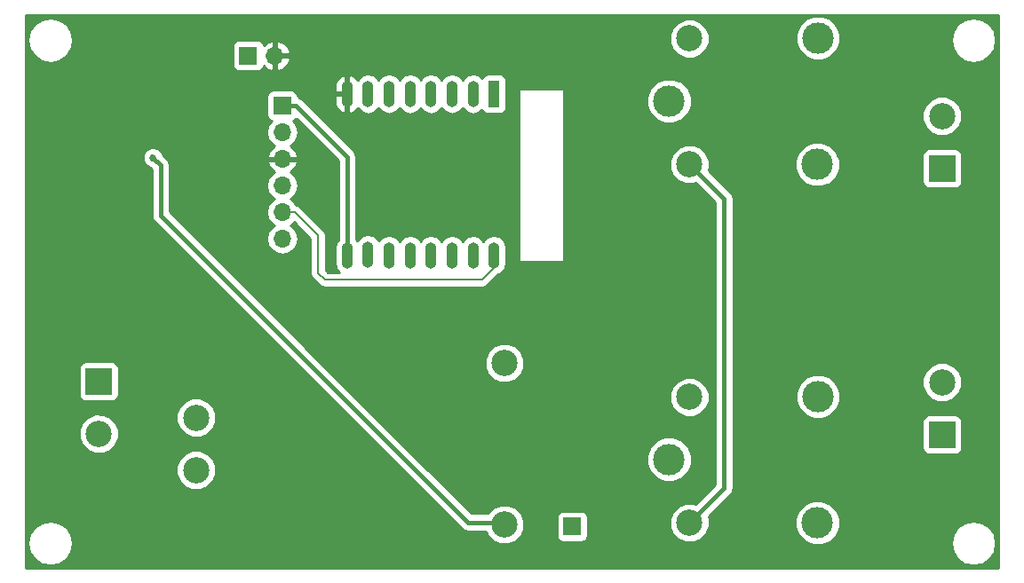
<source format=gbl>
G04 #@! TF.GenerationSoftware,KiCad,Pcbnew,(2017-04-22 revision b38541345)-makepkg*
G04 #@! TF.CreationDate,2017-05-30T09:40:34-07:00*
G04 #@! TF.ProjectId,WifiRelay,5769666952656C61792E6B696361645F,rev?*
G04 #@! TF.FileFunction,Copper,L2,Bot,Signal*
G04 #@! TF.FilePolarity,Positive*
%FSLAX46Y46*%
G04 Gerber Fmt 4.6, Leading zero omitted, Abs format (unit mm)*
G04 Created by KiCad (PCBNEW (2017-04-22 revision b38541345)-makepkg) date 05/30/17 09:40:34*
%MOMM*%
%LPD*%
G01*
G04 APERTURE LIST*
%ADD10C,0.100000*%
%ADD11R,2.500000X2.500000*%
%ADD12C,2.500000*%
%ADD13R,1.700000X1.700000*%
%ADD14O,1.700000X1.700000*%
%ADD15R,1.100000X2.500000*%
%ADD16O,1.100000X2.500000*%
%ADD17C,3.000000*%
%ADD18C,0.685800*%
%ADD19C,0.457200*%
%ADD20C,0.203200*%
%ADD21C,0.254000*%
G04 APERTURE END LIST*
D10*
D11*
X146045600Y-116348000D03*
D12*
X146045600Y-111348000D03*
D11*
X65665600Y-111268000D03*
D12*
X65665600Y-116268000D03*
D13*
X83159600Y-84963000D03*
D14*
X83159600Y-87503000D03*
X83159600Y-90043000D03*
X83159600Y-92583000D03*
X83159600Y-95123000D03*
X83159600Y-97663000D03*
D11*
X146045600Y-90948000D03*
D12*
X146045600Y-85948000D03*
D13*
X79904840Y-80186020D03*
D14*
X82444840Y-80186020D03*
D15*
X103333800Y-83847200D03*
D16*
X101333800Y-83847200D03*
X99333800Y-83847200D03*
X97333800Y-83847200D03*
X95333800Y-83847200D03*
X93333800Y-83847200D03*
X91333800Y-83847200D03*
X89333800Y-83847200D03*
X89333800Y-99247200D03*
X91333800Y-99147200D03*
X93333800Y-99247200D03*
X95333800Y-99247200D03*
X97333800Y-99247200D03*
X99333800Y-99247200D03*
X101333800Y-99247200D03*
X103333800Y-99247200D03*
D17*
X120020200Y-84514460D03*
D12*
X121970200Y-78564460D03*
D17*
X134220200Y-78514460D03*
X134170200Y-90564460D03*
D12*
X121970200Y-90564460D03*
X121970200Y-124765800D03*
D17*
X134170200Y-124765800D03*
X134220200Y-112715800D03*
D12*
X121970200Y-112765800D03*
D17*
X120020200Y-118715800D03*
D12*
X74925420Y-114731920D03*
X74925420Y-119731920D03*
X104325420Y-109531920D03*
X104325420Y-124931920D03*
D13*
X110788700Y-125111000D03*
D18*
X70811640Y-89916760D03*
X95612200Y-103800400D03*
X115045740Y-103040940D03*
X131550660Y-105743500D03*
D19*
X104325420Y-124931920D02*
X104115880Y-124722380D01*
X104115880Y-124722380D02*
X100839520Y-124722380D01*
X100839520Y-124722380D02*
X71553320Y-95436180D01*
X71553320Y-90658440D02*
X70811640Y-89916760D01*
X71553320Y-95436180D02*
X71553320Y-90658440D01*
X121970200Y-124765800D02*
X125271780Y-121464220D01*
X125271780Y-121464220D02*
X125271780Y-93866040D01*
X125271780Y-93866040D02*
X121970200Y-90564460D01*
X121804080Y-124931920D02*
X121970200Y-124765800D01*
X83159600Y-84963000D02*
X84466800Y-84963000D01*
X89333800Y-89830000D02*
X89333800Y-98547200D01*
X84466800Y-84963000D02*
X89333800Y-89830000D01*
X65665600Y-116268000D02*
X65691000Y-116221000D01*
D20*
X102216200Y-101575360D02*
X103333800Y-100457760D01*
X103333800Y-100457760D02*
X103333800Y-98547200D01*
X100842681Y-101575360D02*
X102216200Y-101575360D01*
X87202260Y-101590600D02*
X100827441Y-101590600D01*
X100827441Y-101590600D02*
X100842681Y-101575360D01*
X86559640Y-100947980D02*
X87202260Y-101590600D01*
X86559640Y-97320959D02*
X86559640Y-100947980D01*
X83159600Y-95123000D02*
X84361681Y-95123000D01*
X84361681Y-95123000D02*
X86559640Y-97320959D01*
X103199180Y-98412580D02*
X103333800Y-98547200D01*
X97333800Y-98547200D02*
X97333800Y-99084241D01*
X97333800Y-99084241D02*
X97354640Y-99105081D01*
X83159600Y-97663000D02*
X83540600Y-97663000D01*
D21*
G36*
X151397900Y-129060300D02*
X58693300Y-129060300D01*
X58693300Y-126708000D01*
X58897900Y-126708000D01*
X59061384Y-127529889D01*
X59526947Y-128226653D01*
X60223711Y-128692216D01*
X61045600Y-128855700D01*
X61867489Y-128692216D01*
X62564253Y-128226653D01*
X63029816Y-127529889D01*
X63193300Y-126708000D01*
X63029816Y-125886111D01*
X62564253Y-125189347D01*
X61867489Y-124723784D01*
X61045600Y-124560300D01*
X60223711Y-124723784D01*
X59526947Y-125189347D01*
X59061384Y-125886111D01*
X58897900Y-126708000D01*
X58693300Y-126708000D01*
X58693300Y-120105225D01*
X73040094Y-120105225D01*
X73326463Y-120798292D01*
X73856259Y-121329013D01*
X74548825Y-121616592D01*
X75298725Y-121617246D01*
X75991792Y-121330877D01*
X76522513Y-120801081D01*
X76810092Y-120108515D01*
X76810746Y-119358615D01*
X76524377Y-118665548D01*
X75994581Y-118134827D01*
X75302015Y-117847248D01*
X74552115Y-117846594D01*
X73859048Y-118132963D01*
X73328327Y-118662759D01*
X73040748Y-119355325D01*
X73040094Y-120105225D01*
X58693300Y-120105225D01*
X58693300Y-116641305D01*
X63780274Y-116641305D01*
X64066643Y-117334372D01*
X64596439Y-117865093D01*
X65289005Y-118152672D01*
X66038905Y-118153326D01*
X66731972Y-117866957D01*
X67262693Y-117337161D01*
X67550272Y-116644595D01*
X67550926Y-115894695D01*
X67264557Y-115201628D01*
X67168323Y-115105225D01*
X73040094Y-115105225D01*
X73326463Y-115798292D01*
X73856259Y-116329013D01*
X74548825Y-116616592D01*
X75298725Y-116617246D01*
X75991792Y-116330877D01*
X76522513Y-115801081D01*
X76810092Y-115108515D01*
X76810746Y-114358615D01*
X76524377Y-113665548D01*
X75994581Y-113134827D01*
X75302015Y-112847248D01*
X74552115Y-112846594D01*
X73859048Y-113132963D01*
X73328327Y-113662759D01*
X73040748Y-114355325D01*
X73040094Y-115105225D01*
X67168323Y-115105225D01*
X66734761Y-114670907D01*
X66042195Y-114383328D01*
X65292295Y-114382674D01*
X64599228Y-114669043D01*
X64068507Y-115198839D01*
X63780928Y-115891405D01*
X63780274Y-116641305D01*
X58693300Y-116641305D01*
X58693300Y-110018000D01*
X63768160Y-110018000D01*
X63768160Y-112518000D01*
X63817443Y-112765765D01*
X63957791Y-112975809D01*
X64167835Y-113116157D01*
X64415600Y-113165440D01*
X66915600Y-113165440D01*
X67163365Y-113116157D01*
X67373409Y-112975809D01*
X67513757Y-112765765D01*
X67563040Y-112518000D01*
X67563040Y-110018000D01*
X67513757Y-109770235D01*
X67373409Y-109560191D01*
X67163365Y-109419843D01*
X66915600Y-109370560D01*
X64415600Y-109370560D01*
X64167835Y-109419843D01*
X63957791Y-109560191D01*
X63817443Y-109770235D01*
X63768160Y-110018000D01*
X58693300Y-110018000D01*
X58693300Y-90110423D01*
X69833571Y-90110423D01*
X69982133Y-90469972D01*
X70256981Y-90745300D01*
X70533820Y-90860254D01*
X70689720Y-91016154D01*
X70689720Y-95436180D01*
X70740464Y-95691285D01*
X70755458Y-95766665D01*
X70942663Y-96046837D01*
X100228862Y-125333037D01*
X100509034Y-125520242D01*
X100563865Y-125531149D01*
X100839520Y-125585980D01*
X102556099Y-125585980D01*
X102726463Y-125998292D01*
X103256259Y-126529013D01*
X103948825Y-126816592D01*
X104698725Y-126817246D01*
X105391792Y-126530877D01*
X105922513Y-126001081D01*
X106210092Y-125308515D01*
X106210746Y-124558615D01*
X106087775Y-124261000D01*
X109291260Y-124261000D01*
X109291260Y-125961000D01*
X109340543Y-126208765D01*
X109480891Y-126418809D01*
X109690935Y-126559157D01*
X109938700Y-126608440D01*
X111638700Y-126608440D01*
X111886465Y-126559157D01*
X112096509Y-126418809D01*
X112236857Y-126208765D01*
X112286140Y-125961000D01*
X112286140Y-124261000D01*
X112236857Y-124013235D01*
X112096509Y-123803191D01*
X111886465Y-123662843D01*
X111638700Y-123613560D01*
X109938700Y-123613560D01*
X109690935Y-123662843D01*
X109480891Y-123803191D01*
X109340543Y-124013235D01*
X109291260Y-124261000D01*
X106087775Y-124261000D01*
X105924377Y-123865548D01*
X105394581Y-123334827D01*
X104702015Y-123047248D01*
X103952115Y-123046594D01*
X103259048Y-123332963D01*
X102732313Y-123858780D01*
X101197235Y-123858780D01*
X96477070Y-119138615D01*
X117884830Y-119138615D01*
X118209180Y-119923600D01*
X118809241Y-120524709D01*
X119593659Y-120850428D01*
X120443015Y-120851170D01*
X121228000Y-120526820D01*
X121829109Y-119926759D01*
X122154828Y-119142341D01*
X122155570Y-118292985D01*
X121831220Y-117508000D01*
X121231159Y-116906891D01*
X120446741Y-116581172D01*
X119597385Y-116580430D01*
X118812400Y-116904780D01*
X118211291Y-117504841D01*
X117885572Y-118289259D01*
X117884830Y-119138615D01*
X96477070Y-119138615D01*
X90477560Y-113139105D01*
X120084874Y-113139105D01*
X120371243Y-113832172D01*
X120901039Y-114362893D01*
X121593605Y-114650472D01*
X122343505Y-114651126D01*
X123036572Y-114364757D01*
X123567293Y-113834961D01*
X123854872Y-113142395D01*
X123855526Y-112392495D01*
X123569157Y-111699428D01*
X123039361Y-111168707D01*
X122346795Y-110881128D01*
X121596895Y-110880474D01*
X120903828Y-111166843D01*
X120373107Y-111696639D01*
X120085528Y-112389205D01*
X120084874Y-113139105D01*
X90477560Y-113139105D01*
X87243680Y-109905225D01*
X102440094Y-109905225D01*
X102726463Y-110598292D01*
X103256259Y-111129013D01*
X103948825Y-111416592D01*
X104698725Y-111417246D01*
X105391792Y-111130877D01*
X105922513Y-110601081D01*
X106210092Y-109908515D01*
X106210746Y-109158615D01*
X105924377Y-108465548D01*
X105394581Y-107934827D01*
X104702015Y-107647248D01*
X103952115Y-107646594D01*
X103259048Y-107932963D01*
X102728327Y-108462759D01*
X102440748Y-109155325D01*
X102440094Y-109905225D01*
X87243680Y-109905225D01*
X72416920Y-95078466D01*
X72416920Y-90658440D01*
X72351182Y-90327955D01*
X72163977Y-90047783D01*
X71754797Y-89638603D01*
X71641147Y-89363548D01*
X71366299Y-89088220D01*
X71007010Y-88939030D01*
X70617977Y-88938691D01*
X70258428Y-89087253D01*
X69983100Y-89362101D01*
X69833910Y-89721390D01*
X69833571Y-90110423D01*
X58693300Y-90110423D01*
X58693300Y-87503000D01*
X81645507Y-87503000D01*
X81758546Y-88071285D01*
X82080453Y-88553054D01*
X82421153Y-88780702D01*
X82278242Y-88847817D01*
X81887955Y-89276076D01*
X81718124Y-89686110D01*
X81839445Y-89916000D01*
X83032600Y-89916000D01*
X83032600Y-89896000D01*
X83286600Y-89896000D01*
X83286600Y-89916000D01*
X84479755Y-89916000D01*
X84601076Y-89686110D01*
X84431245Y-89276076D01*
X84040958Y-88847817D01*
X83898047Y-88780702D01*
X84238747Y-88553054D01*
X84560654Y-88071285D01*
X84673693Y-87503000D01*
X84560654Y-86934715D01*
X84238747Y-86452946D01*
X84194823Y-86423597D01*
X84257365Y-86411157D01*
X84467409Y-86270809D01*
X84501810Y-86219324D01*
X88470200Y-90187715D01*
X88470200Y-97710779D01*
X88239003Y-98056791D01*
X88148800Y-98510271D01*
X88148800Y-99984129D01*
X88239003Y-100437609D01*
X88495878Y-100822051D01*
X88543693Y-100854000D01*
X87507370Y-100854000D01*
X87296240Y-100642870D01*
X87296240Y-97320959D01*
X87240170Y-97039074D01*
X87080495Y-96800104D01*
X84882536Y-94602145D01*
X84643566Y-94442470D01*
X84461450Y-94406245D01*
X84238747Y-94072946D01*
X83909574Y-93853000D01*
X84238747Y-93633054D01*
X84560654Y-93151285D01*
X84673693Y-92583000D01*
X84560654Y-92014715D01*
X84238747Y-91532946D01*
X83898047Y-91305298D01*
X84040958Y-91238183D01*
X84431245Y-90809924D01*
X84601076Y-90399890D01*
X84479755Y-90170000D01*
X83286600Y-90170000D01*
X83286600Y-90190000D01*
X83032600Y-90190000D01*
X83032600Y-90170000D01*
X81839445Y-90170000D01*
X81718124Y-90399890D01*
X81887955Y-90809924D01*
X82278242Y-91238183D01*
X82421153Y-91305298D01*
X82080453Y-91532946D01*
X81758546Y-92014715D01*
X81645507Y-92583000D01*
X81758546Y-93151285D01*
X82080453Y-93633054D01*
X82409626Y-93853000D01*
X82080453Y-94072946D01*
X81758546Y-94554715D01*
X81645507Y-95123000D01*
X81758546Y-95691285D01*
X82080453Y-96173054D01*
X82409626Y-96393000D01*
X82080453Y-96612946D01*
X81758546Y-97094715D01*
X81645507Y-97663000D01*
X81758546Y-98231285D01*
X82080453Y-98713054D01*
X82562222Y-99034961D01*
X83130507Y-99148000D01*
X83188693Y-99148000D01*
X83756978Y-99034961D01*
X84238747Y-98713054D01*
X84560654Y-98231285D01*
X84673693Y-97663000D01*
X84560654Y-97094715D01*
X84238747Y-96612946D01*
X83909574Y-96393000D01*
X84238747Y-96173054D01*
X84291330Y-96094359D01*
X85823040Y-97626069D01*
X85823040Y-100947980D01*
X85879110Y-101229865D01*
X86038785Y-101468835D01*
X86681405Y-102111455D01*
X86920375Y-102271130D01*
X87202260Y-102327200D01*
X100827441Y-102327200D01*
X100904058Y-102311960D01*
X102216200Y-102311960D01*
X102498085Y-102255890D01*
X102737055Y-102096215D01*
X103746166Y-101087104D01*
X103787280Y-101078926D01*
X104171722Y-100822051D01*
X104428597Y-100437609D01*
X104518800Y-99984129D01*
X104518800Y-98510271D01*
X104428597Y-98056791D01*
X104171722Y-97672349D01*
X103787280Y-97415474D01*
X103333800Y-97325271D01*
X102880320Y-97415474D01*
X102495878Y-97672349D01*
X102333800Y-97914917D01*
X102171722Y-97672349D01*
X101787280Y-97415474D01*
X101333800Y-97325271D01*
X100880320Y-97415474D01*
X100495878Y-97672349D01*
X100333800Y-97914917D01*
X100171722Y-97672349D01*
X99787280Y-97415474D01*
X99333800Y-97325271D01*
X98880320Y-97415474D01*
X98495878Y-97672349D01*
X98333800Y-97914917D01*
X98171722Y-97672349D01*
X97787280Y-97415474D01*
X97333800Y-97325271D01*
X96880320Y-97415474D01*
X96495878Y-97672349D01*
X96333800Y-97914917D01*
X96171722Y-97672349D01*
X95787280Y-97415474D01*
X95333800Y-97325271D01*
X94880320Y-97415474D01*
X94495878Y-97672349D01*
X94333800Y-97914917D01*
X94171722Y-97672349D01*
X93787280Y-97415474D01*
X93333800Y-97325271D01*
X92880320Y-97415474D01*
X92495878Y-97672349D01*
X92367209Y-97864917D01*
X92171722Y-97572349D01*
X91787280Y-97315474D01*
X91333800Y-97225271D01*
X90880320Y-97315474D01*
X90495878Y-97572349D01*
X90300391Y-97864917D01*
X90197400Y-97710779D01*
X90197400Y-89830000D01*
X90131662Y-89499515D01*
X90131662Y-89499514D01*
X89944457Y-89219342D01*
X85077457Y-84352343D01*
X84797285Y-84165138D01*
X84657040Y-84137241D01*
X84657040Y-84113000D01*
X84629432Y-83974200D01*
X88148800Y-83974200D01*
X88148800Y-84674200D01*
X88287604Y-85118013D01*
X88585682Y-85474924D01*
X88997654Y-85690598D01*
X89024056Y-85691003D01*
X89206800Y-85565561D01*
X89206800Y-83974200D01*
X88148800Y-83974200D01*
X84629432Y-83974200D01*
X84607757Y-83865235D01*
X84467409Y-83655191D01*
X84257365Y-83514843D01*
X84009600Y-83465560D01*
X82309600Y-83465560D01*
X82061835Y-83514843D01*
X81851791Y-83655191D01*
X81711443Y-83865235D01*
X81662160Y-84113000D01*
X81662160Y-85813000D01*
X81711443Y-86060765D01*
X81851791Y-86270809D01*
X82061835Y-86411157D01*
X82124377Y-86423597D01*
X82080453Y-86452946D01*
X81758546Y-86934715D01*
X81645507Y-87503000D01*
X58693300Y-87503000D01*
X58693300Y-83020200D01*
X88148800Y-83020200D01*
X88148800Y-83720200D01*
X89206800Y-83720200D01*
X89206800Y-82128839D01*
X89460800Y-82128839D01*
X89460800Y-83720200D01*
X89480800Y-83720200D01*
X89480800Y-83974200D01*
X89460800Y-83974200D01*
X89460800Y-85565561D01*
X89643544Y-85691003D01*
X89669946Y-85690598D01*
X90081918Y-85474924D01*
X90331515Y-85176063D01*
X90495878Y-85422051D01*
X90880320Y-85678926D01*
X91333800Y-85769129D01*
X91787280Y-85678926D01*
X92171722Y-85422051D01*
X92333800Y-85179483D01*
X92495878Y-85422051D01*
X92880320Y-85678926D01*
X93333800Y-85769129D01*
X93787280Y-85678926D01*
X94171722Y-85422051D01*
X94333800Y-85179483D01*
X94495878Y-85422051D01*
X94880320Y-85678926D01*
X95333800Y-85769129D01*
X95787280Y-85678926D01*
X96171722Y-85422051D01*
X96333800Y-85179483D01*
X96495878Y-85422051D01*
X96880320Y-85678926D01*
X97333800Y-85769129D01*
X97787280Y-85678926D01*
X98171722Y-85422051D01*
X98333800Y-85179483D01*
X98495878Y-85422051D01*
X98880320Y-85678926D01*
X99333800Y-85769129D01*
X99787280Y-85678926D01*
X100171722Y-85422051D01*
X100333800Y-85179483D01*
X100495878Y-85422051D01*
X100880320Y-85678926D01*
X101333800Y-85769129D01*
X101787280Y-85678926D01*
X102171722Y-85422051D01*
X102204436Y-85373091D01*
X102325991Y-85555009D01*
X102536035Y-85695357D01*
X102783800Y-85744640D01*
X103883800Y-85744640D01*
X104131565Y-85695357D01*
X104341609Y-85555009D01*
X104481957Y-85344965D01*
X104531240Y-85097200D01*
X104531240Y-83508000D01*
X105718600Y-83508000D01*
X105718600Y-99708000D01*
X105728267Y-99756601D01*
X105755797Y-99797803D01*
X105796999Y-99825333D01*
X105845600Y-99835000D01*
X109845600Y-99835000D01*
X109894201Y-99825333D01*
X109935403Y-99797803D01*
X109962933Y-99756601D01*
X109972600Y-99708000D01*
X109972600Y-90937765D01*
X120084874Y-90937765D01*
X120371243Y-91630832D01*
X120901039Y-92161553D01*
X121593605Y-92449132D01*
X122343505Y-92449786D01*
X122549214Y-92364789D01*
X124408180Y-94223755D01*
X124408180Y-121106505D01*
X122549420Y-122965265D01*
X122346795Y-122881128D01*
X121596895Y-122880474D01*
X120903828Y-123166843D01*
X120373107Y-123696639D01*
X120085528Y-124389205D01*
X120084874Y-125139105D01*
X120371243Y-125832172D01*
X120901039Y-126362893D01*
X121593605Y-126650472D01*
X122343505Y-126651126D01*
X123036572Y-126364757D01*
X123567293Y-125834961D01*
X123835679Y-125188615D01*
X132034830Y-125188615D01*
X132359180Y-125973600D01*
X132959241Y-126574709D01*
X133743659Y-126900428D01*
X134593015Y-126901170D01*
X135060520Y-126708000D01*
X146897900Y-126708000D01*
X147061384Y-127529889D01*
X147526947Y-128226653D01*
X148223711Y-128692216D01*
X149045600Y-128855700D01*
X149867489Y-128692216D01*
X150564253Y-128226653D01*
X151029816Y-127529889D01*
X151193300Y-126708000D01*
X151029816Y-125886111D01*
X150564253Y-125189347D01*
X149867489Y-124723784D01*
X149045600Y-124560300D01*
X148223711Y-124723784D01*
X147526947Y-125189347D01*
X147061384Y-125886111D01*
X146897900Y-126708000D01*
X135060520Y-126708000D01*
X135378000Y-126576820D01*
X135979109Y-125976759D01*
X136304828Y-125192341D01*
X136305570Y-124342985D01*
X135981220Y-123558000D01*
X135381159Y-122956891D01*
X134596741Y-122631172D01*
X133747385Y-122630430D01*
X132962400Y-122954780D01*
X132361291Y-123554841D01*
X132035572Y-124339259D01*
X132034830Y-125188615D01*
X123835679Y-125188615D01*
X123854872Y-125142395D01*
X123855526Y-124392495D01*
X123770529Y-124186786D01*
X125882437Y-122074878D01*
X126069642Y-121794706D01*
X126105071Y-121616592D01*
X126135380Y-121464220D01*
X126135380Y-115098000D01*
X144148160Y-115098000D01*
X144148160Y-117598000D01*
X144197443Y-117845765D01*
X144337791Y-118055809D01*
X144547835Y-118196157D01*
X144795600Y-118245440D01*
X147295600Y-118245440D01*
X147543365Y-118196157D01*
X147753409Y-118055809D01*
X147893757Y-117845765D01*
X147943040Y-117598000D01*
X147943040Y-115098000D01*
X147893757Y-114850235D01*
X147753409Y-114640191D01*
X147543365Y-114499843D01*
X147295600Y-114450560D01*
X144795600Y-114450560D01*
X144547835Y-114499843D01*
X144337791Y-114640191D01*
X144197443Y-114850235D01*
X144148160Y-115098000D01*
X126135380Y-115098000D01*
X126135380Y-113138615D01*
X132084830Y-113138615D01*
X132409180Y-113923600D01*
X133009241Y-114524709D01*
X133793659Y-114850428D01*
X134643015Y-114851170D01*
X135428000Y-114526820D01*
X136029109Y-113926759D01*
X136354828Y-113142341D01*
X136355570Y-112292985D01*
X136119357Y-111721305D01*
X144160274Y-111721305D01*
X144446643Y-112414372D01*
X144976439Y-112945093D01*
X145669005Y-113232672D01*
X146418905Y-113233326D01*
X147111972Y-112946957D01*
X147642693Y-112417161D01*
X147930272Y-111724595D01*
X147930926Y-110974695D01*
X147644557Y-110281628D01*
X147114761Y-109750907D01*
X146422195Y-109463328D01*
X145672295Y-109462674D01*
X144979228Y-109749043D01*
X144448507Y-110278839D01*
X144160928Y-110971405D01*
X144160274Y-111721305D01*
X136119357Y-111721305D01*
X136031220Y-111508000D01*
X135431159Y-110906891D01*
X134646741Y-110581172D01*
X133797385Y-110580430D01*
X133012400Y-110904780D01*
X132411291Y-111504841D01*
X132085572Y-112289259D01*
X132084830Y-113138615D01*
X126135380Y-113138615D01*
X126135380Y-93866040D01*
X126069642Y-93535555D01*
X126069642Y-93535554D01*
X125882437Y-93255382D01*
X123770735Y-91143680D01*
X123835679Y-90987275D01*
X132034830Y-90987275D01*
X132359180Y-91772260D01*
X132959241Y-92373369D01*
X133743659Y-92699088D01*
X134593015Y-92699830D01*
X135378000Y-92375480D01*
X135979109Y-91775419D01*
X136304828Y-90991001D01*
X136305570Y-90141645D01*
X136122260Y-89698000D01*
X144148160Y-89698000D01*
X144148160Y-92198000D01*
X144197443Y-92445765D01*
X144337791Y-92655809D01*
X144547835Y-92796157D01*
X144795600Y-92845440D01*
X147295600Y-92845440D01*
X147543365Y-92796157D01*
X147753409Y-92655809D01*
X147893757Y-92445765D01*
X147943040Y-92198000D01*
X147943040Y-89698000D01*
X147893757Y-89450235D01*
X147753409Y-89240191D01*
X147543365Y-89099843D01*
X147295600Y-89050560D01*
X144795600Y-89050560D01*
X144547835Y-89099843D01*
X144337791Y-89240191D01*
X144197443Y-89450235D01*
X144148160Y-89698000D01*
X136122260Y-89698000D01*
X135981220Y-89356660D01*
X135381159Y-88755551D01*
X134596741Y-88429832D01*
X133747385Y-88429090D01*
X132962400Y-88753440D01*
X132361291Y-89353501D01*
X132035572Y-90137919D01*
X132034830Y-90987275D01*
X123835679Y-90987275D01*
X123854872Y-90941055D01*
X123855526Y-90191155D01*
X123569157Y-89498088D01*
X123039361Y-88967367D01*
X122346795Y-88679788D01*
X121596895Y-88679134D01*
X120903828Y-88965503D01*
X120373107Y-89495299D01*
X120085528Y-90187865D01*
X120084874Y-90937765D01*
X109972600Y-90937765D01*
X109972600Y-84937275D01*
X117884830Y-84937275D01*
X118209180Y-85722260D01*
X118809241Y-86323369D01*
X119593659Y-86649088D01*
X120443015Y-86649830D01*
X121228000Y-86325480D01*
X121232182Y-86321305D01*
X144160274Y-86321305D01*
X144446643Y-87014372D01*
X144976439Y-87545093D01*
X145669005Y-87832672D01*
X146418905Y-87833326D01*
X147111972Y-87546957D01*
X147642693Y-87017161D01*
X147930272Y-86324595D01*
X147930926Y-85574695D01*
X147644557Y-84881628D01*
X147114761Y-84350907D01*
X146422195Y-84063328D01*
X145672295Y-84062674D01*
X144979228Y-84349043D01*
X144448507Y-84878839D01*
X144160928Y-85571405D01*
X144160274Y-86321305D01*
X121232182Y-86321305D01*
X121829109Y-85725419D01*
X122154828Y-84941001D01*
X122155570Y-84091645D01*
X121831220Y-83306660D01*
X121231159Y-82705551D01*
X120446741Y-82379832D01*
X119597385Y-82379090D01*
X118812400Y-82703440D01*
X118211291Y-83303501D01*
X117885572Y-84087919D01*
X117884830Y-84937275D01*
X109972600Y-84937275D01*
X109972600Y-83508000D01*
X109962933Y-83459399D01*
X109935403Y-83418197D01*
X109894201Y-83390667D01*
X109845600Y-83381000D01*
X105845600Y-83381000D01*
X105796999Y-83390667D01*
X105755797Y-83418197D01*
X105728267Y-83459399D01*
X105718600Y-83508000D01*
X104531240Y-83508000D01*
X104531240Y-82597200D01*
X104481957Y-82349435D01*
X104341609Y-82139391D01*
X104131565Y-81999043D01*
X103883800Y-81949760D01*
X102783800Y-81949760D01*
X102536035Y-81999043D01*
X102325991Y-82139391D01*
X102204436Y-82321309D01*
X102171722Y-82272349D01*
X101787280Y-82015474D01*
X101333800Y-81925271D01*
X100880320Y-82015474D01*
X100495878Y-82272349D01*
X100333800Y-82514917D01*
X100171722Y-82272349D01*
X99787280Y-82015474D01*
X99333800Y-81925271D01*
X98880320Y-82015474D01*
X98495878Y-82272349D01*
X98333800Y-82514917D01*
X98171722Y-82272349D01*
X97787280Y-82015474D01*
X97333800Y-81925271D01*
X96880320Y-82015474D01*
X96495878Y-82272349D01*
X96333800Y-82514917D01*
X96171722Y-82272349D01*
X95787280Y-82015474D01*
X95333800Y-81925271D01*
X94880320Y-82015474D01*
X94495878Y-82272349D01*
X94333800Y-82514917D01*
X94171722Y-82272349D01*
X93787280Y-82015474D01*
X93333800Y-81925271D01*
X92880320Y-82015474D01*
X92495878Y-82272349D01*
X92333800Y-82514917D01*
X92171722Y-82272349D01*
X91787280Y-82015474D01*
X91333800Y-81925271D01*
X90880320Y-82015474D01*
X90495878Y-82272349D01*
X90331515Y-82518337D01*
X90081918Y-82219476D01*
X89669946Y-82003802D01*
X89643544Y-82003397D01*
X89460800Y-82128839D01*
X89206800Y-82128839D01*
X89024056Y-82003397D01*
X88997654Y-82003802D01*
X88585682Y-82219476D01*
X88287604Y-82576387D01*
X88148800Y-83020200D01*
X58693300Y-83020200D01*
X58693300Y-78708000D01*
X58897900Y-78708000D01*
X59061384Y-79529889D01*
X59526947Y-80226653D01*
X60223711Y-80692216D01*
X61045600Y-80855700D01*
X61867489Y-80692216D01*
X62564253Y-80226653D01*
X63029816Y-79529889D01*
X63068378Y-79336020D01*
X78407400Y-79336020D01*
X78407400Y-81036020D01*
X78456683Y-81283785D01*
X78597031Y-81493829D01*
X78807075Y-81634177D01*
X79054840Y-81683460D01*
X80754840Y-81683460D01*
X81002605Y-81634177D01*
X81212649Y-81493829D01*
X81352997Y-81283785D01*
X81373579Y-81180312D01*
X81677916Y-81457665D01*
X82087950Y-81627496D01*
X82317840Y-81506175D01*
X82317840Y-80313020D01*
X82571840Y-80313020D01*
X82571840Y-81506175D01*
X82801730Y-81627496D01*
X83211764Y-81457665D01*
X83640023Y-81067378D01*
X83886326Y-80542912D01*
X83765659Y-80313020D01*
X82571840Y-80313020D01*
X82317840Y-80313020D01*
X82297840Y-80313020D01*
X82297840Y-80059020D01*
X82317840Y-80059020D01*
X82317840Y-78865865D01*
X82571840Y-78865865D01*
X82571840Y-80059020D01*
X83765659Y-80059020D01*
X83886326Y-79829128D01*
X83640023Y-79304662D01*
X83237430Y-78937765D01*
X120084874Y-78937765D01*
X120371243Y-79630832D01*
X120901039Y-80161553D01*
X121593605Y-80449132D01*
X122343505Y-80449786D01*
X123036572Y-80163417D01*
X123567293Y-79633621D01*
X123854872Y-78941055D01*
X123854875Y-78937275D01*
X132084830Y-78937275D01*
X132409180Y-79722260D01*
X133009241Y-80323369D01*
X133793659Y-80649088D01*
X134643015Y-80649830D01*
X135428000Y-80325480D01*
X136029109Y-79725419D01*
X136354828Y-78941001D01*
X136355031Y-78708000D01*
X146897900Y-78708000D01*
X147061384Y-79529889D01*
X147526947Y-80226653D01*
X148223711Y-80692216D01*
X149045600Y-80855700D01*
X149867489Y-80692216D01*
X150564253Y-80226653D01*
X151029816Y-79529889D01*
X151193300Y-78708000D01*
X151029816Y-77886111D01*
X150564253Y-77189347D01*
X149867489Y-76723784D01*
X149045600Y-76560300D01*
X148223711Y-76723784D01*
X147526947Y-77189347D01*
X147061384Y-77886111D01*
X146897900Y-78708000D01*
X136355031Y-78708000D01*
X136355570Y-78091645D01*
X136031220Y-77306660D01*
X135431159Y-76705551D01*
X134646741Y-76379832D01*
X133797385Y-76379090D01*
X133012400Y-76703440D01*
X132411291Y-77303501D01*
X132085572Y-78087919D01*
X132084830Y-78937275D01*
X123854875Y-78937275D01*
X123855526Y-78191155D01*
X123569157Y-77498088D01*
X123039361Y-76967367D01*
X122346795Y-76679788D01*
X121596895Y-76679134D01*
X120903828Y-76965503D01*
X120373107Y-77495299D01*
X120085528Y-78187865D01*
X120084874Y-78937765D01*
X83237430Y-78937765D01*
X83211764Y-78914375D01*
X82801730Y-78744544D01*
X82571840Y-78865865D01*
X82317840Y-78865865D01*
X82087950Y-78744544D01*
X81677916Y-78914375D01*
X81373579Y-79191728D01*
X81352997Y-79088255D01*
X81212649Y-78878211D01*
X81002605Y-78737863D01*
X80754840Y-78688580D01*
X79054840Y-78688580D01*
X78807075Y-78737863D01*
X78597031Y-78878211D01*
X78456683Y-79088255D01*
X78407400Y-79336020D01*
X63068378Y-79336020D01*
X63193300Y-78708000D01*
X63029816Y-77886111D01*
X62564253Y-77189347D01*
X61867489Y-76723784D01*
X61045600Y-76560300D01*
X60223711Y-76723784D01*
X59526947Y-77189347D01*
X59061384Y-77886111D01*
X58897900Y-78708000D01*
X58693300Y-78708000D01*
X58693300Y-76355700D01*
X151397900Y-76355700D01*
X151397900Y-129060300D01*
X151397900Y-129060300D01*
G37*
X151397900Y-129060300D02*
X58693300Y-129060300D01*
X58693300Y-126708000D01*
X58897900Y-126708000D01*
X59061384Y-127529889D01*
X59526947Y-128226653D01*
X60223711Y-128692216D01*
X61045600Y-128855700D01*
X61867489Y-128692216D01*
X62564253Y-128226653D01*
X63029816Y-127529889D01*
X63193300Y-126708000D01*
X63029816Y-125886111D01*
X62564253Y-125189347D01*
X61867489Y-124723784D01*
X61045600Y-124560300D01*
X60223711Y-124723784D01*
X59526947Y-125189347D01*
X59061384Y-125886111D01*
X58897900Y-126708000D01*
X58693300Y-126708000D01*
X58693300Y-120105225D01*
X73040094Y-120105225D01*
X73326463Y-120798292D01*
X73856259Y-121329013D01*
X74548825Y-121616592D01*
X75298725Y-121617246D01*
X75991792Y-121330877D01*
X76522513Y-120801081D01*
X76810092Y-120108515D01*
X76810746Y-119358615D01*
X76524377Y-118665548D01*
X75994581Y-118134827D01*
X75302015Y-117847248D01*
X74552115Y-117846594D01*
X73859048Y-118132963D01*
X73328327Y-118662759D01*
X73040748Y-119355325D01*
X73040094Y-120105225D01*
X58693300Y-120105225D01*
X58693300Y-116641305D01*
X63780274Y-116641305D01*
X64066643Y-117334372D01*
X64596439Y-117865093D01*
X65289005Y-118152672D01*
X66038905Y-118153326D01*
X66731972Y-117866957D01*
X67262693Y-117337161D01*
X67550272Y-116644595D01*
X67550926Y-115894695D01*
X67264557Y-115201628D01*
X67168323Y-115105225D01*
X73040094Y-115105225D01*
X73326463Y-115798292D01*
X73856259Y-116329013D01*
X74548825Y-116616592D01*
X75298725Y-116617246D01*
X75991792Y-116330877D01*
X76522513Y-115801081D01*
X76810092Y-115108515D01*
X76810746Y-114358615D01*
X76524377Y-113665548D01*
X75994581Y-113134827D01*
X75302015Y-112847248D01*
X74552115Y-112846594D01*
X73859048Y-113132963D01*
X73328327Y-113662759D01*
X73040748Y-114355325D01*
X73040094Y-115105225D01*
X67168323Y-115105225D01*
X66734761Y-114670907D01*
X66042195Y-114383328D01*
X65292295Y-114382674D01*
X64599228Y-114669043D01*
X64068507Y-115198839D01*
X63780928Y-115891405D01*
X63780274Y-116641305D01*
X58693300Y-116641305D01*
X58693300Y-110018000D01*
X63768160Y-110018000D01*
X63768160Y-112518000D01*
X63817443Y-112765765D01*
X63957791Y-112975809D01*
X64167835Y-113116157D01*
X64415600Y-113165440D01*
X66915600Y-113165440D01*
X67163365Y-113116157D01*
X67373409Y-112975809D01*
X67513757Y-112765765D01*
X67563040Y-112518000D01*
X67563040Y-110018000D01*
X67513757Y-109770235D01*
X67373409Y-109560191D01*
X67163365Y-109419843D01*
X66915600Y-109370560D01*
X64415600Y-109370560D01*
X64167835Y-109419843D01*
X63957791Y-109560191D01*
X63817443Y-109770235D01*
X63768160Y-110018000D01*
X58693300Y-110018000D01*
X58693300Y-90110423D01*
X69833571Y-90110423D01*
X69982133Y-90469972D01*
X70256981Y-90745300D01*
X70533820Y-90860254D01*
X70689720Y-91016154D01*
X70689720Y-95436180D01*
X70740464Y-95691285D01*
X70755458Y-95766665D01*
X70942663Y-96046837D01*
X100228862Y-125333037D01*
X100509034Y-125520242D01*
X100563865Y-125531149D01*
X100839520Y-125585980D01*
X102556099Y-125585980D01*
X102726463Y-125998292D01*
X103256259Y-126529013D01*
X103948825Y-126816592D01*
X104698725Y-126817246D01*
X105391792Y-126530877D01*
X105922513Y-126001081D01*
X106210092Y-125308515D01*
X106210746Y-124558615D01*
X106087775Y-124261000D01*
X109291260Y-124261000D01*
X109291260Y-125961000D01*
X109340543Y-126208765D01*
X109480891Y-126418809D01*
X109690935Y-126559157D01*
X109938700Y-126608440D01*
X111638700Y-126608440D01*
X111886465Y-126559157D01*
X112096509Y-126418809D01*
X112236857Y-126208765D01*
X112286140Y-125961000D01*
X112286140Y-124261000D01*
X112236857Y-124013235D01*
X112096509Y-123803191D01*
X111886465Y-123662843D01*
X111638700Y-123613560D01*
X109938700Y-123613560D01*
X109690935Y-123662843D01*
X109480891Y-123803191D01*
X109340543Y-124013235D01*
X109291260Y-124261000D01*
X106087775Y-124261000D01*
X105924377Y-123865548D01*
X105394581Y-123334827D01*
X104702015Y-123047248D01*
X103952115Y-123046594D01*
X103259048Y-123332963D01*
X102732313Y-123858780D01*
X101197235Y-123858780D01*
X96477070Y-119138615D01*
X117884830Y-119138615D01*
X118209180Y-119923600D01*
X118809241Y-120524709D01*
X119593659Y-120850428D01*
X120443015Y-120851170D01*
X121228000Y-120526820D01*
X121829109Y-119926759D01*
X122154828Y-119142341D01*
X122155570Y-118292985D01*
X121831220Y-117508000D01*
X121231159Y-116906891D01*
X120446741Y-116581172D01*
X119597385Y-116580430D01*
X118812400Y-116904780D01*
X118211291Y-117504841D01*
X117885572Y-118289259D01*
X117884830Y-119138615D01*
X96477070Y-119138615D01*
X90477560Y-113139105D01*
X120084874Y-113139105D01*
X120371243Y-113832172D01*
X120901039Y-114362893D01*
X121593605Y-114650472D01*
X122343505Y-114651126D01*
X123036572Y-114364757D01*
X123567293Y-113834961D01*
X123854872Y-113142395D01*
X123855526Y-112392495D01*
X123569157Y-111699428D01*
X123039361Y-111168707D01*
X122346795Y-110881128D01*
X121596895Y-110880474D01*
X120903828Y-111166843D01*
X120373107Y-111696639D01*
X120085528Y-112389205D01*
X120084874Y-113139105D01*
X90477560Y-113139105D01*
X87243680Y-109905225D01*
X102440094Y-109905225D01*
X102726463Y-110598292D01*
X103256259Y-111129013D01*
X103948825Y-111416592D01*
X104698725Y-111417246D01*
X105391792Y-111130877D01*
X105922513Y-110601081D01*
X106210092Y-109908515D01*
X106210746Y-109158615D01*
X105924377Y-108465548D01*
X105394581Y-107934827D01*
X104702015Y-107647248D01*
X103952115Y-107646594D01*
X103259048Y-107932963D01*
X102728327Y-108462759D01*
X102440748Y-109155325D01*
X102440094Y-109905225D01*
X87243680Y-109905225D01*
X72416920Y-95078466D01*
X72416920Y-90658440D01*
X72351182Y-90327955D01*
X72163977Y-90047783D01*
X71754797Y-89638603D01*
X71641147Y-89363548D01*
X71366299Y-89088220D01*
X71007010Y-88939030D01*
X70617977Y-88938691D01*
X70258428Y-89087253D01*
X69983100Y-89362101D01*
X69833910Y-89721390D01*
X69833571Y-90110423D01*
X58693300Y-90110423D01*
X58693300Y-87503000D01*
X81645507Y-87503000D01*
X81758546Y-88071285D01*
X82080453Y-88553054D01*
X82421153Y-88780702D01*
X82278242Y-88847817D01*
X81887955Y-89276076D01*
X81718124Y-89686110D01*
X81839445Y-89916000D01*
X83032600Y-89916000D01*
X83032600Y-89896000D01*
X83286600Y-89896000D01*
X83286600Y-89916000D01*
X84479755Y-89916000D01*
X84601076Y-89686110D01*
X84431245Y-89276076D01*
X84040958Y-88847817D01*
X83898047Y-88780702D01*
X84238747Y-88553054D01*
X84560654Y-88071285D01*
X84673693Y-87503000D01*
X84560654Y-86934715D01*
X84238747Y-86452946D01*
X84194823Y-86423597D01*
X84257365Y-86411157D01*
X84467409Y-86270809D01*
X84501810Y-86219324D01*
X88470200Y-90187715D01*
X88470200Y-97710779D01*
X88239003Y-98056791D01*
X88148800Y-98510271D01*
X88148800Y-99984129D01*
X88239003Y-100437609D01*
X88495878Y-100822051D01*
X88543693Y-100854000D01*
X87507370Y-100854000D01*
X87296240Y-100642870D01*
X87296240Y-97320959D01*
X87240170Y-97039074D01*
X87080495Y-96800104D01*
X84882536Y-94602145D01*
X84643566Y-94442470D01*
X84461450Y-94406245D01*
X84238747Y-94072946D01*
X83909574Y-93853000D01*
X84238747Y-93633054D01*
X84560654Y-93151285D01*
X84673693Y-92583000D01*
X84560654Y-92014715D01*
X84238747Y-91532946D01*
X83898047Y-91305298D01*
X84040958Y-91238183D01*
X84431245Y-90809924D01*
X84601076Y-90399890D01*
X84479755Y-90170000D01*
X83286600Y-90170000D01*
X83286600Y-90190000D01*
X83032600Y-90190000D01*
X83032600Y-90170000D01*
X81839445Y-90170000D01*
X81718124Y-90399890D01*
X81887955Y-90809924D01*
X82278242Y-91238183D01*
X82421153Y-91305298D01*
X82080453Y-91532946D01*
X81758546Y-92014715D01*
X81645507Y-92583000D01*
X81758546Y-93151285D01*
X82080453Y-93633054D01*
X82409626Y-93853000D01*
X82080453Y-94072946D01*
X81758546Y-94554715D01*
X81645507Y-95123000D01*
X81758546Y-95691285D01*
X82080453Y-96173054D01*
X82409626Y-96393000D01*
X82080453Y-96612946D01*
X81758546Y-97094715D01*
X81645507Y-97663000D01*
X81758546Y-98231285D01*
X82080453Y-98713054D01*
X82562222Y-99034961D01*
X83130507Y-99148000D01*
X83188693Y-99148000D01*
X83756978Y-99034961D01*
X84238747Y-98713054D01*
X84560654Y-98231285D01*
X84673693Y-97663000D01*
X84560654Y-97094715D01*
X84238747Y-96612946D01*
X83909574Y-96393000D01*
X84238747Y-96173054D01*
X84291330Y-96094359D01*
X85823040Y-97626069D01*
X85823040Y-100947980D01*
X85879110Y-101229865D01*
X86038785Y-101468835D01*
X86681405Y-102111455D01*
X86920375Y-102271130D01*
X87202260Y-102327200D01*
X100827441Y-102327200D01*
X100904058Y-102311960D01*
X102216200Y-102311960D01*
X102498085Y-102255890D01*
X102737055Y-102096215D01*
X103746166Y-101087104D01*
X103787280Y-101078926D01*
X104171722Y-100822051D01*
X104428597Y-100437609D01*
X104518800Y-99984129D01*
X104518800Y-98510271D01*
X104428597Y-98056791D01*
X104171722Y-97672349D01*
X103787280Y-97415474D01*
X103333800Y-97325271D01*
X102880320Y-97415474D01*
X102495878Y-97672349D01*
X102333800Y-97914917D01*
X102171722Y-97672349D01*
X101787280Y-97415474D01*
X101333800Y-97325271D01*
X100880320Y-97415474D01*
X100495878Y-97672349D01*
X100333800Y-97914917D01*
X100171722Y-97672349D01*
X99787280Y-97415474D01*
X99333800Y-97325271D01*
X98880320Y-97415474D01*
X98495878Y-97672349D01*
X98333800Y-97914917D01*
X98171722Y-97672349D01*
X97787280Y-97415474D01*
X97333800Y-97325271D01*
X96880320Y-97415474D01*
X96495878Y-97672349D01*
X96333800Y-97914917D01*
X96171722Y-97672349D01*
X95787280Y-97415474D01*
X95333800Y-97325271D01*
X94880320Y-97415474D01*
X94495878Y-97672349D01*
X94333800Y-97914917D01*
X94171722Y-97672349D01*
X93787280Y-97415474D01*
X93333800Y-97325271D01*
X92880320Y-97415474D01*
X92495878Y-97672349D01*
X92367209Y-97864917D01*
X92171722Y-97572349D01*
X91787280Y-97315474D01*
X91333800Y-97225271D01*
X90880320Y-97315474D01*
X90495878Y-97572349D01*
X90300391Y-97864917D01*
X90197400Y-97710779D01*
X90197400Y-89830000D01*
X90131662Y-89499515D01*
X90131662Y-89499514D01*
X89944457Y-89219342D01*
X85077457Y-84352343D01*
X84797285Y-84165138D01*
X84657040Y-84137241D01*
X84657040Y-84113000D01*
X84629432Y-83974200D01*
X88148800Y-83974200D01*
X88148800Y-84674200D01*
X88287604Y-85118013D01*
X88585682Y-85474924D01*
X88997654Y-85690598D01*
X89024056Y-85691003D01*
X89206800Y-85565561D01*
X89206800Y-83974200D01*
X88148800Y-83974200D01*
X84629432Y-83974200D01*
X84607757Y-83865235D01*
X84467409Y-83655191D01*
X84257365Y-83514843D01*
X84009600Y-83465560D01*
X82309600Y-83465560D01*
X82061835Y-83514843D01*
X81851791Y-83655191D01*
X81711443Y-83865235D01*
X81662160Y-84113000D01*
X81662160Y-85813000D01*
X81711443Y-86060765D01*
X81851791Y-86270809D01*
X82061835Y-86411157D01*
X82124377Y-86423597D01*
X82080453Y-86452946D01*
X81758546Y-86934715D01*
X81645507Y-87503000D01*
X58693300Y-87503000D01*
X58693300Y-83020200D01*
X88148800Y-83020200D01*
X88148800Y-83720200D01*
X89206800Y-83720200D01*
X89206800Y-82128839D01*
X89460800Y-82128839D01*
X89460800Y-83720200D01*
X89480800Y-83720200D01*
X89480800Y-83974200D01*
X89460800Y-83974200D01*
X89460800Y-85565561D01*
X89643544Y-85691003D01*
X89669946Y-85690598D01*
X90081918Y-85474924D01*
X90331515Y-85176063D01*
X90495878Y-85422051D01*
X90880320Y-85678926D01*
X91333800Y-85769129D01*
X91787280Y-85678926D01*
X92171722Y-85422051D01*
X92333800Y-85179483D01*
X92495878Y-85422051D01*
X92880320Y-85678926D01*
X93333800Y-85769129D01*
X93787280Y-85678926D01*
X94171722Y-85422051D01*
X94333800Y-85179483D01*
X94495878Y-85422051D01*
X94880320Y-85678926D01*
X95333800Y-85769129D01*
X95787280Y-85678926D01*
X96171722Y-85422051D01*
X96333800Y-85179483D01*
X96495878Y-85422051D01*
X96880320Y-85678926D01*
X97333800Y-85769129D01*
X97787280Y-85678926D01*
X98171722Y-85422051D01*
X98333800Y-85179483D01*
X98495878Y-85422051D01*
X98880320Y-85678926D01*
X99333800Y-85769129D01*
X99787280Y-85678926D01*
X100171722Y-85422051D01*
X100333800Y-85179483D01*
X100495878Y-85422051D01*
X100880320Y-85678926D01*
X101333800Y-85769129D01*
X101787280Y-85678926D01*
X102171722Y-85422051D01*
X102204436Y-85373091D01*
X102325991Y-85555009D01*
X102536035Y-85695357D01*
X102783800Y-85744640D01*
X103883800Y-85744640D01*
X104131565Y-85695357D01*
X104341609Y-85555009D01*
X104481957Y-85344965D01*
X104531240Y-85097200D01*
X104531240Y-83508000D01*
X105718600Y-83508000D01*
X105718600Y-99708000D01*
X105728267Y-99756601D01*
X105755797Y-99797803D01*
X105796999Y-99825333D01*
X105845600Y-99835000D01*
X109845600Y-99835000D01*
X109894201Y-99825333D01*
X109935403Y-99797803D01*
X109962933Y-99756601D01*
X109972600Y-99708000D01*
X109972600Y-90937765D01*
X120084874Y-90937765D01*
X120371243Y-91630832D01*
X120901039Y-92161553D01*
X121593605Y-92449132D01*
X122343505Y-92449786D01*
X122549214Y-92364789D01*
X124408180Y-94223755D01*
X124408180Y-121106505D01*
X122549420Y-122965265D01*
X122346795Y-122881128D01*
X121596895Y-122880474D01*
X120903828Y-123166843D01*
X120373107Y-123696639D01*
X120085528Y-124389205D01*
X120084874Y-125139105D01*
X120371243Y-125832172D01*
X120901039Y-126362893D01*
X121593605Y-126650472D01*
X122343505Y-126651126D01*
X123036572Y-126364757D01*
X123567293Y-125834961D01*
X123835679Y-125188615D01*
X132034830Y-125188615D01*
X132359180Y-125973600D01*
X132959241Y-126574709D01*
X133743659Y-126900428D01*
X134593015Y-126901170D01*
X135060520Y-126708000D01*
X146897900Y-126708000D01*
X147061384Y-127529889D01*
X147526947Y-128226653D01*
X148223711Y-128692216D01*
X149045600Y-128855700D01*
X149867489Y-128692216D01*
X150564253Y-128226653D01*
X151029816Y-127529889D01*
X151193300Y-126708000D01*
X151029816Y-125886111D01*
X150564253Y-125189347D01*
X149867489Y-124723784D01*
X149045600Y-124560300D01*
X148223711Y-124723784D01*
X147526947Y-125189347D01*
X147061384Y-125886111D01*
X146897900Y-126708000D01*
X135060520Y-126708000D01*
X135378000Y-126576820D01*
X135979109Y-125976759D01*
X136304828Y-125192341D01*
X136305570Y-124342985D01*
X135981220Y-123558000D01*
X135381159Y-122956891D01*
X134596741Y-122631172D01*
X133747385Y-122630430D01*
X132962400Y-122954780D01*
X132361291Y-123554841D01*
X132035572Y-124339259D01*
X132034830Y-125188615D01*
X123835679Y-125188615D01*
X123854872Y-125142395D01*
X123855526Y-124392495D01*
X123770529Y-124186786D01*
X125882437Y-122074878D01*
X126069642Y-121794706D01*
X126105071Y-121616592D01*
X126135380Y-121464220D01*
X126135380Y-115098000D01*
X144148160Y-115098000D01*
X144148160Y-117598000D01*
X144197443Y-117845765D01*
X144337791Y-118055809D01*
X144547835Y-118196157D01*
X144795600Y-118245440D01*
X147295600Y-118245440D01*
X147543365Y-118196157D01*
X147753409Y-118055809D01*
X147893757Y-117845765D01*
X147943040Y-117598000D01*
X147943040Y-115098000D01*
X147893757Y-114850235D01*
X147753409Y-114640191D01*
X147543365Y-114499843D01*
X147295600Y-114450560D01*
X144795600Y-114450560D01*
X144547835Y-114499843D01*
X144337791Y-114640191D01*
X144197443Y-114850235D01*
X144148160Y-115098000D01*
X126135380Y-115098000D01*
X126135380Y-113138615D01*
X132084830Y-113138615D01*
X132409180Y-113923600D01*
X133009241Y-114524709D01*
X133793659Y-114850428D01*
X134643015Y-114851170D01*
X135428000Y-114526820D01*
X136029109Y-113926759D01*
X136354828Y-113142341D01*
X136355570Y-112292985D01*
X136119357Y-111721305D01*
X144160274Y-111721305D01*
X144446643Y-112414372D01*
X144976439Y-112945093D01*
X145669005Y-113232672D01*
X146418905Y-113233326D01*
X147111972Y-112946957D01*
X147642693Y-112417161D01*
X147930272Y-111724595D01*
X147930926Y-110974695D01*
X147644557Y-110281628D01*
X147114761Y-109750907D01*
X146422195Y-109463328D01*
X145672295Y-109462674D01*
X144979228Y-109749043D01*
X144448507Y-110278839D01*
X144160928Y-110971405D01*
X144160274Y-111721305D01*
X136119357Y-111721305D01*
X136031220Y-111508000D01*
X135431159Y-110906891D01*
X134646741Y-110581172D01*
X133797385Y-110580430D01*
X133012400Y-110904780D01*
X132411291Y-111504841D01*
X132085572Y-112289259D01*
X132084830Y-113138615D01*
X126135380Y-113138615D01*
X126135380Y-93866040D01*
X126069642Y-93535555D01*
X126069642Y-93535554D01*
X125882437Y-93255382D01*
X123770735Y-91143680D01*
X123835679Y-90987275D01*
X132034830Y-90987275D01*
X132359180Y-91772260D01*
X132959241Y-92373369D01*
X133743659Y-92699088D01*
X134593015Y-92699830D01*
X135378000Y-92375480D01*
X135979109Y-91775419D01*
X136304828Y-90991001D01*
X136305570Y-90141645D01*
X136122260Y-89698000D01*
X144148160Y-89698000D01*
X144148160Y-92198000D01*
X144197443Y-92445765D01*
X144337791Y-92655809D01*
X144547835Y-92796157D01*
X144795600Y-92845440D01*
X147295600Y-92845440D01*
X147543365Y-92796157D01*
X147753409Y-92655809D01*
X147893757Y-92445765D01*
X147943040Y-92198000D01*
X147943040Y-89698000D01*
X147893757Y-89450235D01*
X147753409Y-89240191D01*
X147543365Y-89099843D01*
X147295600Y-89050560D01*
X144795600Y-89050560D01*
X144547835Y-89099843D01*
X144337791Y-89240191D01*
X144197443Y-89450235D01*
X144148160Y-89698000D01*
X136122260Y-89698000D01*
X135981220Y-89356660D01*
X135381159Y-88755551D01*
X134596741Y-88429832D01*
X133747385Y-88429090D01*
X132962400Y-88753440D01*
X132361291Y-89353501D01*
X132035572Y-90137919D01*
X132034830Y-90987275D01*
X123835679Y-90987275D01*
X123854872Y-90941055D01*
X123855526Y-90191155D01*
X123569157Y-89498088D01*
X123039361Y-88967367D01*
X122346795Y-88679788D01*
X121596895Y-88679134D01*
X120903828Y-88965503D01*
X120373107Y-89495299D01*
X120085528Y-90187865D01*
X120084874Y-90937765D01*
X109972600Y-90937765D01*
X109972600Y-84937275D01*
X117884830Y-84937275D01*
X118209180Y-85722260D01*
X118809241Y-86323369D01*
X119593659Y-86649088D01*
X120443015Y-86649830D01*
X121228000Y-86325480D01*
X121232182Y-86321305D01*
X144160274Y-86321305D01*
X144446643Y-87014372D01*
X144976439Y-87545093D01*
X145669005Y-87832672D01*
X146418905Y-87833326D01*
X147111972Y-87546957D01*
X147642693Y-87017161D01*
X147930272Y-86324595D01*
X147930926Y-85574695D01*
X147644557Y-84881628D01*
X147114761Y-84350907D01*
X146422195Y-84063328D01*
X145672295Y-84062674D01*
X144979228Y-84349043D01*
X144448507Y-84878839D01*
X144160928Y-85571405D01*
X144160274Y-86321305D01*
X121232182Y-86321305D01*
X121829109Y-85725419D01*
X122154828Y-84941001D01*
X122155570Y-84091645D01*
X121831220Y-83306660D01*
X121231159Y-82705551D01*
X120446741Y-82379832D01*
X119597385Y-82379090D01*
X118812400Y-82703440D01*
X118211291Y-83303501D01*
X117885572Y-84087919D01*
X117884830Y-84937275D01*
X109972600Y-84937275D01*
X109972600Y-83508000D01*
X109962933Y-83459399D01*
X109935403Y-83418197D01*
X109894201Y-83390667D01*
X109845600Y-83381000D01*
X105845600Y-83381000D01*
X105796999Y-83390667D01*
X105755797Y-83418197D01*
X105728267Y-83459399D01*
X105718600Y-83508000D01*
X104531240Y-83508000D01*
X104531240Y-82597200D01*
X104481957Y-82349435D01*
X104341609Y-82139391D01*
X104131565Y-81999043D01*
X103883800Y-81949760D01*
X102783800Y-81949760D01*
X102536035Y-81999043D01*
X102325991Y-82139391D01*
X102204436Y-82321309D01*
X102171722Y-82272349D01*
X101787280Y-82015474D01*
X101333800Y-81925271D01*
X100880320Y-82015474D01*
X100495878Y-82272349D01*
X100333800Y-82514917D01*
X100171722Y-82272349D01*
X99787280Y-82015474D01*
X99333800Y-81925271D01*
X98880320Y-82015474D01*
X98495878Y-82272349D01*
X98333800Y-82514917D01*
X98171722Y-82272349D01*
X97787280Y-82015474D01*
X97333800Y-81925271D01*
X96880320Y-82015474D01*
X96495878Y-82272349D01*
X96333800Y-82514917D01*
X96171722Y-82272349D01*
X95787280Y-82015474D01*
X95333800Y-81925271D01*
X94880320Y-82015474D01*
X94495878Y-82272349D01*
X94333800Y-82514917D01*
X94171722Y-82272349D01*
X93787280Y-82015474D01*
X93333800Y-81925271D01*
X92880320Y-82015474D01*
X92495878Y-82272349D01*
X92333800Y-82514917D01*
X92171722Y-82272349D01*
X91787280Y-82015474D01*
X91333800Y-81925271D01*
X90880320Y-82015474D01*
X90495878Y-82272349D01*
X90331515Y-82518337D01*
X90081918Y-82219476D01*
X89669946Y-82003802D01*
X89643544Y-82003397D01*
X89460800Y-82128839D01*
X89206800Y-82128839D01*
X89024056Y-82003397D01*
X88997654Y-82003802D01*
X88585682Y-82219476D01*
X88287604Y-82576387D01*
X88148800Y-83020200D01*
X58693300Y-83020200D01*
X58693300Y-78708000D01*
X58897900Y-78708000D01*
X59061384Y-79529889D01*
X59526947Y-80226653D01*
X60223711Y-80692216D01*
X61045600Y-80855700D01*
X61867489Y-80692216D01*
X62564253Y-80226653D01*
X63029816Y-79529889D01*
X63068378Y-79336020D01*
X78407400Y-79336020D01*
X78407400Y-81036020D01*
X78456683Y-81283785D01*
X78597031Y-81493829D01*
X78807075Y-81634177D01*
X79054840Y-81683460D01*
X80754840Y-81683460D01*
X81002605Y-81634177D01*
X81212649Y-81493829D01*
X81352997Y-81283785D01*
X81373579Y-81180312D01*
X81677916Y-81457665D01*
X82087950Y-81627496D01*
X82317840Y-81506175D01*
X82317840Y-80313020D01*
X82571840Y-80313020D01*
X82571840Y-81506175D01*
X82801730Y-81627496D01*
X83211764Y-81457665D01*
X83640023Y-81067378D01*
X83886326Y-80542912D01*
X83765659Y-80313020D01*
X82571840Y-80313020D01*
X82317840Y-80313020D01*
X82297840Y-80313020D01*
X82297840Y-80059020D01*
X82317840Y-80059020D01*
X82317840Y-78865865D01*
X82571840Y-78865865D01*
X82571840Y-80059020D01*
X83765659Y-80059020D01*
X83886326Y-79829128D01*
X83640023Y-79304662D01*
X83237430Y-78937765D01*
X120084874Y-78937765D01*
X120371243Y-79630832D01*
X120901039Y-80161553D01*
X121593605Y-80449132D01*
X122343505Y-80449786D01*
X123036572Y-80163417D01*
X123567293Y-79633621D01*
X123854872Y-78941055D01*
X123854875Y-78937275D01*
X132084830Y-78937275D01*
X132409180Y-79722260D01*
X133009241Y-80323369D01*
X133793659Y-80649088D01*
X134643015Y-80649830D01*
X135428000Y-80325480D01*
X136029109Y-79725419D01*
X136354828Y-78941001D01*
X136355031Y-78708000D01*
X146897900Y-78708000D01*
X147061384Y-79529889D01*
X147526947Y-80226653D01*
X148223711Y-80692216D01*
X149045600Y-80855700D01*
X149867489Y-80692216D01*
X150564253Y-80226653D01*
X151029816Y-79529889D01*
X151193300Y-78708000D01*
X151029816Y-77886111D01*
X150564253Y-77189347D01*
X149867489Y-76723784D01*
X149045600Y-76560300D01*
X148223711Y-76723784D01*
X147526947Y-77189347D01*
X147061384Y-77886111D01*
X146897900Y-78708000D01*
X136355031Y-78708000D01*
X136355570Y-78091645D01*
X136031220Y-77306660D01*
X135431159Y-76705551D01*
X134646741Y-76379832D01*
X133797385Y-76379090D01*
X133012400Y-76703440D01*
X132411291Y-77303501D01*
X132085572Y-78087919D01*
X132084830Y-78937275D01*
X123854875Y-78937275D01*
X123855526Y-78191155D01*
X123569157Y-77498088D01*
X123039361Y-76967367D01*
X122346795Y-76679788D01*
X121596895Y-76679134D01*
X120903828Y-76965503D01*
X120373107Y-77495299D01*
X120085528Y-78187865D01*
X120084874Y-78937765D01*
X83237430Y-78937765D01*
X83211764Y-78914375D01*
X82801730Y-78744544D01*
X82571840Y-78865865D01*
X82317840Y-78865865D01*
X82087950Y-78744544D01*
X81677916Y-78914375D01*
X81373579Y-79191728D01*
X81352997Y-79088255D01*
X81212649Y-78878211D01*
X81002605Y-78737863D01*
X80754840Y-78688580D01*
X79054840Y-78688580D01*
X78807075Y-78737863D01*
X78597031Y-78878211D01*
X78456683Y-79088255D01*
X78407400Y-79336020D01*
X63068378Y-79336020D01*
X63193300Y-78708000D01*
X63029816Y-77886111D01*
X62564253Y-77189347D01*
X61867489Y-76723784D01*
X61045600Y-76560300D01*
X60223711Y-76723784D01*
X59526947Y-77189347D01*
X59061384Y-77886111D01*
X58897900Y-78708000D01*
X58693300Y-78708000D01*
X58693300Y-76355700D01*
X151397900Y-76355700D01*
X151397900Y-129060300D01*
M02*

</source>
